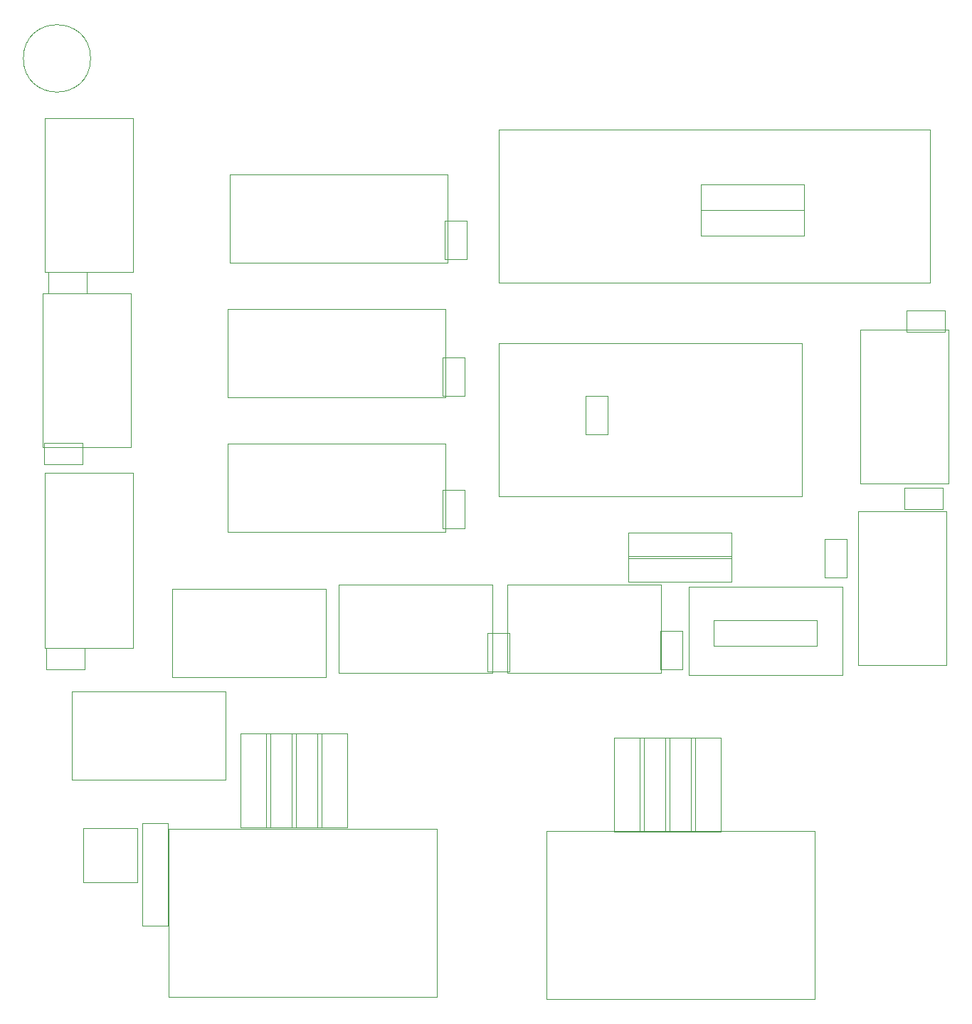
<source format=gbr>
%TF.GenerationSoftware,KiCad,Pcbnew,(5.1.10)-1*%
%TF.CreationDate,2024-05-08T08:23:43+02:00*%
%TF.ProjectId,M003,4d303033-2e6b-4696-9361-645f70636258,rev?*%
%TF.SameCoordinates,Original*%
%TF.FileFunction,Other,User*%
%FSLAX46Y46*%
G04 Gerber Fmt 4.6, Leading zero omitted, Abs format (unit mm)*
G04 Created by KiCad (PCBNEW (5.1.10)-1) date 2024-05-08 08:23:43*
%MOMM*%
%LPD*%
G01*
G04 APERTURE LIST*
%ADD10C,0.050000*%
G04 APERTURE END LIST*
D10*
%TO.C,U8*%
X132562000Y-95040000D02*
X132562000Y-105590000D01*
X150912000Y-95040000D02*
X132562000Y-95040000D01*
X150912000Y-105590000D02*
X150912000Y-95040000D01*
X132562000Y-105590000D02*
X150912000Y-105590000D01*
%TO.C,J10*%
X168932000Y-113262000D02*
X165332000Y-113262000D01*
X168932000Y-124462000D02*
X168932000Y-113262000D01*
X165332000Y-124462000D02*
X168932000Y-124462000D01*
X165332000Y-113262000D02*
X165332000Y-124462000D01*
%TO.C,J9*%
X171980000Y-113262000D02*
X168380000Y-113262000D01*
X171980000Y-124462000D02*
X171980000Y-113262000D01*
X168380000Y-124462000D02*
X171980000Y-124462000D01*
X168380000Y-113262000D02*
X168380000Y-124462000D01*
%TO.C,J8*%
X178076000Y-113262000D02*
X174476000Y-113262000D01*
X178076000Y-124462000D02*
X178076000Y-113262000D01*
X174476000Y-124462000D02*
X178076000Y-124462000D01*
X174476000Y-113262000D02*
X174476000Y-124462000D01*
%TO.C,J7*%
X175028000Y-113262000D02*
X171428000Y-113262000D01*
X175028000Y-124462000D02*
X175028000Y-113262000D01*
X171428000Y-124462000D02*
X175028000Y-124462000D01*
X171428000Y-113262000D02*
X171428000Y-124462000D01*
%TO.C,J6*%
X124482000Y-112754000D02*
X120882000Y-112754000D01*
X124482000Y-123954000D02*
X124482000Y-112754000D01*
X120882000Y-123954000D02*
X124482000Y-123954000D01*
X120882000Y-112754000D02*
X120882000Y-123954000D01*
%TO.C,J5*%
X127530000Y-112754000D02*
X123930000Y-112754000D01*
X127530000Y-123954000D02*
X127530000Y-112754000D01*
X123930000Y-123954000D02*
X127530000Y-123954000D01*
X123930000Y-112754000D02*
X123930000Y-123954000D01*
%TO.C,J4*%
X133626000Y-112754000D02*
X130026000Y-112754000D01*
X133626000Y-123954000D02*
X133626000Y-112754000D01*
X130026000Y-123954000D02*
X133626000Y-123954000D01*
X130026000Y-112754000D02*
X130026000Y-123954000D01*
%TO.C,J3*%
X130578000Y-112754000D02*
X126978000Y-112754000D01*
X130578000Y-123954000D02*
X130578000Y-112754000D01*
X126978000Y-123954000D02*
X130578000Y-123954000D01*
X126978000Y-112754000D02*
X126978000Y-123954000D01*
%TO.C,U15*%
X97356000Y-60426000D02*
X97356000Y-78776000D01*
X97356000Y-78776000D02*
X107906000Y-78776000D01*
X107906000Y-78776000D02*
X107906000Y-60426000D01*
X107906000Y-60426000D02*
X97356000Y-60426000D01*
%TO.C,U14*%
X97610000Y-39598000D02*
X97610000Y-57948000D01*
X97610000Y-57948000D02*
X108160000Y-57948000D01*
X108160000Y-57948000D02*
X108160000Y-39598000D01*
X108160000Y-39598000D02*
X97610000Y-39598000D01*
%TO.C,R6*%
X109244000Y-135670000D02*
X112244000Y-135670000D01*
X112244000Y-135670000D02*
X112244000Y-123410000D01*
X112244000Y-123410000D02*
X109244000Y-123410000D01*
X109244000Y-123410000D02*
X109244000Y-135670000D01*
%TO.C,R5*%
X187994000Y-50522000D02*
X187994000Y-47522000D01*
X187994000Y-47522000D02*
X175734000Y-47522000D01*
X175734000Y-47522000D02*
X175734000Y-50522000D01*
X175734000Y-50522000D02*
X187994000Y-50522000D01*
%TO.C,C20*%
X204504000Y-86136000D02*
X204504000Y-83536000D01*
X204504000Y-83536000D02*
X199904000Y-83536000D01*
X199904000Y-83536000D02*
X199904000Y-86136000D01*
X199904000Y-86136000D02*
X204504000Y-86136000D01*
%TO.C,C19*%
X152938000Y-100804000D02*
X150338000Y-100804000D01*
X150338000Y-100804000D02*
X150338000Y-105404000D01*
X150338000Y-105404000D02*
X152938000Y-105404000D01*
X152938000Y-105404000D02*
X152938000Y-100804000D01*
%TO.C,C18*%
X204758000Y-65054000D02*
X204758000Y-62454000D01*
X204758000Y-62454000D02*
X200158000Y-62454000D01*
X200158000Y-62454000D02*
X200158000Y-65054000D01*
X200158000Y-65054000D02*
X204758000Y-65054000D01*
%TO.C,C17*%
X173512000Y-100550000D02*
X170912000Y-100550000D01*
X170912000Y-100550000D02*
X170912000Y-105150000D01*
X170912000Y-105150000D02*
X173512000Y-105150000D01*
X173512000Y-105150000D02*
X173512000Y-100550000D01*
%TO.C,C16*%
X102396000Y-105186000D02*
X102396000Y-102586000D01*
X102396000Y-102586000D02*
X97796000Y-102586000D01*
X97796000Y-102586000D02*
X97796000Y-105186000D01*
X97796000Y-105186000D02*
X102396000Y-105186000D01*
%TO.C,C15*%
X147604000Y-68038000D02*
X145004000Y-68038000D01*
X145004000Y-68038000D02*
X145004000Y-72638000D01*
X145004000Y-72638000D02*
X147604000Y-72638000D01*
X147604000Y-72638000D02*
X147604000Y-68038000D01*
%TO.C,C14*%
X147604000Y-83786000D02*
X145004000Y-83786000D01*
X145004000Y-83786000D02*
X145004000Y-88386000D01*
X145004000Y-88386000D02*
X147604000Y-88386000D01*
X147604000Y-88386000D02*
X147604000Y-83786000D01*
%TO.C,C13*%
X102650000Y-60482000D02*
X102650000Y-57882000D01*
X102650000Y-57882000D02*
X98050000Y-57882000D01*
X98050000Y-57882000D02*
X98050000Y-60482000D01*
X98050000Y-60482000D02*
X102650000Y-60482000D01*
%TO.C,C4*%
X102142000Y-80802000D02*
X102142000Y-78202000D01*
X102142000Y-78202000D02*
X97542000Y-78202000D01*
X97542000Y-78202000D02*
X97542000Y-80802000D01*
X97542000Y-80802000D02*
X102142000Y-80802000D01*
%TO.C,C1*%
X147858000Y-51782000D02*
X145258000Y-51782000D01*
X145258000Y-51782000D02*
X145258000Y-56382000D01*
X145258000Y-56382000D02*
X147858000Y-56382000D01*
X147858000Y-56382000D02*
X147858000Y-51782000D01*
%TO.C,U13*%
X119354000Y-78276000D02*
X119354000Y-88826000D01*
X145304000Y-78276000D02*
X119354000Y-78276000D01*
X145304000Y-88826000D02*
X145304000Y-78276000D01*
X119354000Y-88826000D02*
X145304000Y-88826000D01*
%TO.C,U12*%
X204934000Y-86334000D02*
X194384000Y-86334000D01*
X204934000Y-104684000D02*
X204934000Y-86334000D01*
X194384000Y-104684000D02*
X204934000Y-104684000D01*
X194384000Y-86334000D02*
X194384000Y-104684000D01*
%TO.C,U11*%
X205188000Y-64744000D02*
X194638000Y-64744000D01*
X205188000Y-83094000D02*
X205188000Y-64744000D01*
X194638000Y-83094000D02*
X205188000Y-83094000D01*
X194638000Y-64744000D02*
X194638000Y-83094000D01*
%TO.C,U10*%
X112750000Y-95548000D02*
X112750000Y-106098000D01*
X131100000Y-95548000D02*
X112750000Y-95548000D01*
X131100000Y-106098000D02*
X131100000Y-95548000D01*
X112750000Y-106098000D02*
X131100000Y-106098000D01*
%TO.C,U9*%
X119354000Y-62274000D02*
X119354000Y-72824000D01*
X145304000Y-62274000D02*
X119354000Y-62274000D01*
X145304000Y-72824000D02*
X145304000Y-62274000D01*
X119354000Y-72824000D02*
X145304000Y-72824000D01*
%TO.C,R4*%
X167098000Y-91924000D02*
X179358000Y-91924000D01*
X167098000Y-88924000D02*
X167098000Y-91924000D01*
X179358000Y-88924000D02*
X167098000Y-88924000D01*
X179358000Y-91924000D02*
X179358000Y-88924000D01*
%TO.C,R3*%
X167098000Y-94718000D02*
X179358000Y-94718000D01*
X167098000Y-91718000D02*
X167098000Y-94718000D01*
X179358000Y-91718000D02*
X167098000Y-91718000D01*
X179358000Y-94718000D02*
X179358000Y-91718000D01*
%TO.C,R2*%
X189518000Y-99338000D02*
X177258000Y-99338000D01*
X189518000Y-102338000D02*
X189518000Y-99338000D01*
X177258000Y-102338000D02*
X189518000Y-102338000D01*
X177258000Y-99338000D02*
X177258000Y-102338000D01*
%TO.C,C12*%
X164622000Y-77210000D02*
X164622000Y-72610000D01*
X162022000Y-77210000D02*
X164622000Y-77210000D01*
X162022000Y-72610000D02*
X162022000Y-77210000D01*
X164622000Y-72610000D02*
X162022000Y-72610000D01*
%TO.C,C11*%
X190470000Y-89668000D02*
X190470000Y-94268000D01*
X193070000Y-89668000D02*
X190470000Y-89668000D01*
X193070000Y-94268000D02*
X193070000Y-89668000D01*
X190470000Y-94268000D02*
X193070000Y-94268000D01*
%TO.C,U5*%
X108160000Y-81762000D02*
X97610000Y-81762000D01*
X108160000Y-102612000D02*
X108160000Y-81762000D01*
X97610000Y-102612000D02*
X108160000Y-102612000D01*
X97610000Y-81762000D02*
X97610000Y-102612000D01*
%TO.C,U4*%
X119608000Y-46272000D02*
X119608000Y-56822000D01*
X145558000Y-46272000D02*
X119608000Y-46272000D01*
X145558000Y-56822000D02*
X145558000Y-46272000D01*
X119608000Y-56822000D02*
X145558000Y-56822000D01*
%TO.C,U3*%
X152628000Y-95040000D02*
X152628000Y-105590000D01*
X170978000Y-95040000D02*
X152628000Y-95040000D01*
X170978000Y-105590000D02*
X170978000Y-95040000D01*
X152628000Y-105590000D02*
X170978000Y-105590000D01*
%TO.C,U2*%
X100812000Y-107740000D02*
X100812000Y-118290000D01*
X119162000Y-107740000D02*
X100812000Y-107740000D01*
X119162000Y-118290000D02*
X119162000Y-107740000D01*
X100812000Y-118290000D02*
X119162000Y-118290000D01*
%TO.C,U1*%
X174218000Y-95294000D02*
X174218000Y-105844000D01*
X192568000Y-95294000D02*
X174218000Y-95294000D01*
X192568000Y-105844000D02*
X192568000Y-95294000D01*
X174218000Y-105844000D02*
X192568000Y-105844000D01*
%TO.C,R1*%
X187994000Y-50570000D02*
X175734000Y-50570000D01*
X187994000Y-53570000D02*
X187994000Y-50570000D01*
X175734000Y-53570000D02*
X187994000Y-53570000D01*
X175734000Y-50570000D02*
X175734000Y-53570000D01*
%TO.C,J2*%
X144258000Y-124142000D02*
X112358000Y-124142000D01*
X144258000Y-144142000D02*
X144258000Y-124142000D01*
X112358000Y-144142000D02*
X144258000Y-144142000D01*
X112358000Y-124142000D02*
X112358000Y-144142000D01*
%TO.C,J1*%
X189216000Y-124396000D02*
X157316000Y-124396000D01*
X189216000Y-144396000D02*
X189216000Y-124396000D01*
X157316000Y-144396000D02*
X189216000Y-144396000D01*
X157316000Y-124396000D02*
X157316000Y-144396000D01*
%TO.C,IC2*%
X151612000Y-66358000D02*
X151612000Y-84558000D01*
X187712000Y-66358000D02*
X151612000Y-66358000D01*
X187712000Y-84558000D02*
X187712000Y-66358000D01*
X151612000Y-84558000D02*
X187712000Y-84558000D01*
%TO.C,IC1*%
X151612000Y-40958000D02*
X151612000Y-59158000D01*
X202962000Y-40958000D02*
X151612000Y-40958000D01*
X202962000Y-59158000D02*
X202962000Y-40958000D01*
X151612000Y-59158000D02*
X202962000Y-59158000D01*
%TO.C,D1*%
X108640000Y-124004000D02*
X102190000Y-124004000D01*
X108640000Y-130504000D02*
X108640000Y-124004000D01*
X102190000Y-130504000D02*
X108640000Y-130504000D01*
X102190000Y-124004000D02*
X102190000Y-130504000D01*
%TO.C,C2*%
X103080000Y-32512000D02*
G75*
G03*
X103080000Y-32512000I-4000000J0D01*
G01*
%TD*%
M02*

</source>
